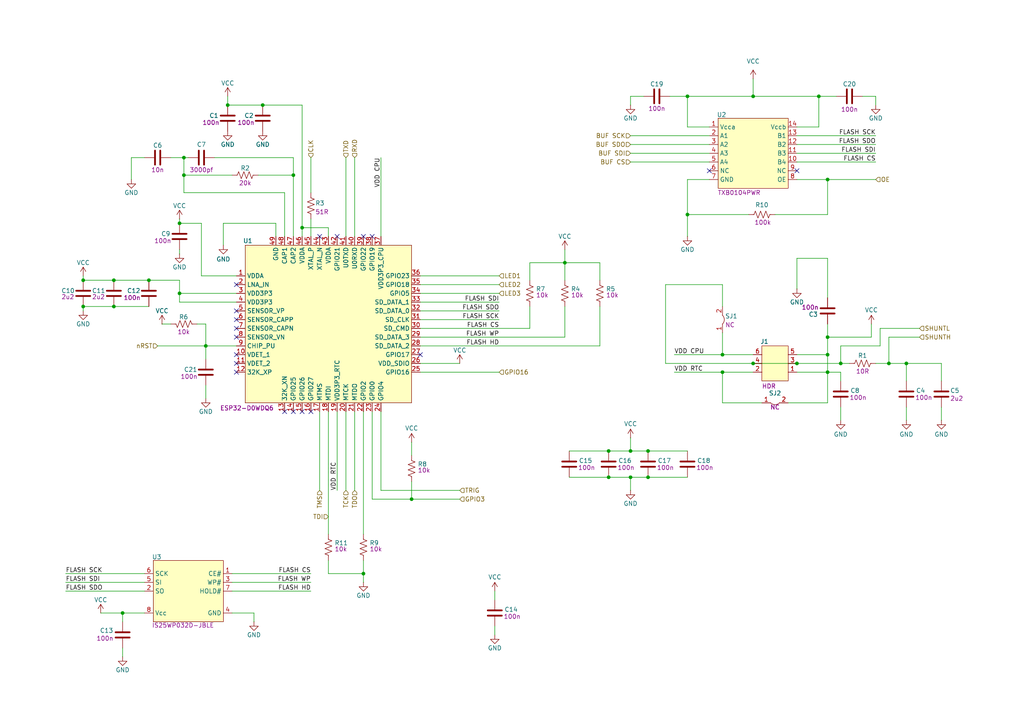
<source format=kicad_sch>
(kicad_sch (version 20231120) (generator "eeschema") (generator_version "8.0")
  (paper "A4")
  (junction (at 182.88 138.43))
  (junction (at 240.03 52.07))
  (junction (at 35.56 177.8))
  (junction (at 76.2 30.48))
  (junction (at 240.03 97.79))
  (junction (at 163.83 76.2))
  (junction (at 240.03 107.95))
  (junction (at 209.55 107.95))
  (junction (at 243.84 105.41))
  (junction (at 187.96 138.43))
  (junction (at 33.02 88.9))
  (junction (at 85.09 50.8))
  (junction (at 218.44 27.94))
  (junction (at 199.39 62.23))
  (junction (at 105.41 166.37))
  (junction (at 66.04 30.48))
  (junction (at 53.34 45.72))
  (junction (at 59.69 100.33))
  (junction (at 199.39 27.94))
  (junction (at 52.07 85.09))
  (junction (at 24.13 88.9))
  (junction (at 231.14 105.41))
  (junction (at 43.18 81.28))
  (junction (at 209.55 102.87))
  (junction (at 218.44 105.41))
  (junction (at 24.13 81.28))
  (junction (at 87.63 66.04))
  (junction (at 187.96 130.81))
  (junction (at 257.81 105.41))
  (junction (at 262.89 105.41))
  (junction (at 237.49 27.94))
  (junction (at 52.07 64.77))
  (junction (at 119.38 144.78))
  (junction (at 176.53 138.43))
  (junction (at 33.02 81.28))
  (junction (at 53.34 50.8))
  (junction (at 182.88 130.81))
  (junction (at 176.53 130.81))
  (junction (at 240.03 102.87))
  (no_connect (at 68.58 107.95))
  (no_connect (at 85.09 119.38))
  (no_connect (at 68.58 90.17))
  (no_connect (at 68.58 95.25))
  (no_connect (at 205.74 49.53))
  (no_connect (at 105.41 68.58))
  (no_connect (at 68.58 105.41))
  (no_connect (at 231.14 49.53))
  (no_connect (at 121.92 102.87))
  (no_connect (at 107.95 68.58))
  (no_connect (at 92.71 68.58))
  (no_connect (at 87.63 119.38))
  (no_connect (at 68.58 82.55))
  (no_connect (at 68.58 92.71))
  (no_connect (at 90.17 119.38))
  (no_connect (at 68.58 97.79))
  (no_connect (at 68.58 102.87))
  (no_connect (at 97.79 68.58))
  (no_connect (at 82.55 119.38))
  (wire (pts (xy 195.58 107.95) (xy 209.55 107.95)))
  (wire (pts (xy 80.01 64.77) (xy 64.77 64.77)))
  (wire (pts (xy 187.96 130.81) (xy 199.39 130.81)))
  (wire (pts (xy 237.49 27.94) (xy 237.49 36.83)))
  (wire (pts (xy 67.31 171.45) (xy 90.17 171.45)))
  (wire (pts (xy 105.41 119.38) (xy 105.41 154.94)))
  (wire (pts (xy 52.07 63.5) (xy 52.07 64.77)))
  (wire (pts (xy 53.34 45.72) (xy 54.61 45.72)))
  (wire (pts (xy 19.05 166.37) (xy 41.91 166.37)))
  (wire (pts (xy 243.84 107.95) (xy 243.84 110.49)))
  (wire (pts (xy 262.89 105.41) (xy 262.89 110.49)))
  (wire (pts (xy 52.07 73.66) (xy 52.07 72.39)))
  (wire (pts (xy 153.67 88.9) (xy 153.67 95.25)))
  (wire (pts (xy 67.31 168.91) (xy 90.17 168.91)))
  (wire (pts (xy 95.25 68.58) (xy 95.25 66.04)))
  (wire (pts (xy 110.49 142.24) (xy 133.35 142.24)))
  (wire (pts (xy 19.05 168.91) (xy 41.91 168.91)))
  (wire (pts (xy 240.03 74.93) (xy 231.14 74.93)))
  (wire (pts (xy 153.67 76.2) (xy 163.83 76.2)))
  (wire (pts (xy 182.88 46.99) (xy 205.74 46.99)))
  (wire (pts (xy 193.04 82.55) (xy 209.55 82.55)))
  (wire (pts (xy 262.89 105.41) (xy 273.05 105.41)))
  (wire (pts (xy 209.55 116.84) (xy 220.98 116.84)))
  (wire (pts (xy 24.13 88.9) (xy 24.13 90.17)))
  (wire (pts (xy 52.07 87.63) (xy 68.58 87.63)))
  (wire (pts (xy 82.55 68.58) (xy 82.55 55.88)))
  (wire (pts (xy 240.03 52.07) (xy 254 52.07)))
  (wire (pts (xy 143.51 171.45) (xy 143.51 173.99)))
  (wire (pts (xy 199.39 62.23) (xy 217.17 62.23)))
  (wire (pts (xy 110.49 142.24) (xy 110.49 119.38)))
  (wire (pts (xy 41.91 45.72) (xy 38.1 45.72)))
  (wire (pts (xy 73.66 177.8) (xy 73.66 180.34)))
  (wire (pts (xy 121.92 92.71) (xy 144.78 92.71)))
  (wire (pts (xy 49.53 93.98) (xy 46.99 93.98)))
  (wire (pts (xy 52.07 85.09) (xy 68.58 85.09)))
  (wire (pts (xy 121.92 107.95) (xy 144.78 107.95)))
  (wire (pts (xy 176.53 130.81) (xy 182.88 130.81)))
  (wire (pts (xy 187.96 138.43) (xy 199.39 138.43)))
  (wire (pts (xy 240.03 86.36) (xy 240.03 74.93)))
  (wire (pts (xy 110.49 68.58) (xy 110.49 45.72)))
  (wire (pts (xy 173.99 88.9) (xy 173.99 100.33)))
  (wire (pts (xy 255.27 95.25) (xy 266.7 95.25)))
  (wire (pts (xy 133.35 105.41) (xy 121.92 105.41)))
  (wire (pts (xy 67.31 166.37) (xy 90.17 166.37)))
  (wire (pts (xy 43.18 81.28) (xy 33.02 81.28)))
  (wire (pts (xy 24.13 80.01) (xy 24.13 81.28)))
  (wire (pts (xy 95.25 66.04) (xy 87.63 66.04)))
  (wire (pts (xy 273.05 118.11) (xy 273.05 121.92)))
  (wire (pts (xy 76.2 30.48) (xy 87.63 30.48)))
  (wire (pts (xy 95.25 162.56) (xy 95.25 166.37)))
  (wire (pts (xy 119.38 128.27) (xy 119.38 132.08)))
  (wire (pts (xy 209.55 102.87) (xy 218.44 102.87)))
  (wire (pts (xy 87.63 68.58) (xy 87.63 66.04)))
  (wire (pts (xy 186.69 27.94) (xy 182.88 27.94)))
  (wire (pts (xy 102.87 68.58) (xy 102.87 45.72)))
  (wire (pts (xy 182.88 27.94) (xy 182.88 30.48)))
  (wire (pts (xy 95.25 119.38) (xy 95.25 154.94)))
  (wire (pts (xy 165.1 138.43) (xy 176.53 138.43)))
  (wire (pts (xy 255.27 100.33) (xy 255.27 95.25)))
  (wire (pts (xy 250.19 27.94) (xy 254 27.94)))
  (wire (pts (xy 240.03 116.84) (xy 228.6 116.84)))
  (wire (pts (xy 121.92 100.33) (xy 173.99 100.33)))
  (wire (pts (xy 231.14 107.95) (xy 240.03 107.95)))
  (wire (pts (xy 199.39 62.23) (xy 199.39 68.58)))
  (wire (pts (xy 243.84 105.41) (xy 243.84 100.33)))
  (wire (pts (xy 193.04 105.41) (xy 218.44 105.41)))
  (wire (pts (xy 33.02 81.28) (xy 24.13 81.28)))
  (wire (pts (xy 59.69 111.76) (xy 59.69 115.57)))
  (wire (pts (xy 52.07 64.77) (xy 58.42 64.77)))
  (wire (pts (xy 100.33 142.24) (xy 100.33 119.38)))
  (wire (pts (xy 218.44 105.41) (xy 231.14 105.41)))
  (wire (pts (xy 240.03 97.79) (xy 252.73 97.79)))
  (wire (pts (xy 53.34 55.88) (xy 53.34 50.8)))
  (wire (pts (xy 209.55 107.95) (xy 209.55 116.84)))
  (wire (pts (xy 257.81 105.41) (xy 257.81 97.79)))
  (wire (pts (xy 231.14 44.45) (xy 254 44.45)))
  (wire (pts (xy 62.23 45.72) (xy 85.09 45.72)))
  (wire (pts (xy 59.69 93.98) (xy 57.15 93.98)))
  (wire (pts (xy 90.17 45.72) (xy 90.17 55.88)))
  (wire (pts (xy 97.79 142.24) (xy 97.79 119.38)))
  (wire (pts (xy 240.03 97.79) (xy 240.03 93.98)))
  (wire (pts (xy 231.14 41.91) (xy 254 41.91)))
  (wire (pts (xy 240.03 107.95) (xy 243.84 107.95)))
  (wire (pts (xy 199.39 27.94) (xy 218.44 27.94)))
  (wire (pts (xy 254 27.94) (xy 254 30.48)))
  (wire (pts (xy 243.84 118.11) (xy 243.84 121.92)))
  (wire (pts (xy 237.49 27.94) (xy 242.57 27.94)))
  (wire (pts (xy 143.51 181.61) (xy 143.51 184.15)))
  (wire (pts (xy 58.42 80.01) (xy 58.42 64.77)))
  (wire (pts (xy 209.55 107.95) (xy 218.44 107.95)))
  (wire (pts (xy 85.09 68.58) (xy 85.09 50.8)))
  (wire (pts (xy 100.33 68.58) (xy 100.33 45.72)))
  (wire (pts (xy 182.88 138.43) (xy 182.88 142.24)))
  (wire (pts (xy 199.39 27.94) (xy 199.39 36.83)))
  (wire (pts (xy 231.14 105.41) (xy 243.84 105.41)))
  (wire (pts (xy 240.03 107.95) (xy 240.03 116.84)))
  (wire (pts (xy 252.73 93.98) (xy 252.73 97.79)))
  (wire (pts (xy 80.01 68.58) (xy 80.01 64.77)))
  (wire (pts (xy 199.39 52.07) (xy 199.39 62.23)))
  (wire (pts (xy 231.14 102.87) (xy 240.03 102.87)))
  (wire (pts (xy 90.17 63.5) (xy 90.17 68.58)))
  (wire (pts (xy 121.92 90.17) (xy 144.78 90.17)))
  (wire (pts (xy 163.83 76.2) (xy 173.99 76.2)))
  (wire (pts (xy 53.34 50.8) (xy 53.34 45.72)))
  (wire (pts (xy 119.38 139.7) (xy 119.38 144.78)))
  (wire (pts (xy 95.25 166.37) (xy 105.41 166.37)))
  (wire (pts (xy 262.89 118.11) (xy 262.89 121.92)))
  (wire (pts (xy 231.14 36.83) (xy 237.49 36.83)))
  (wire (pts (xy 254 105.41) (xy 257.81 105.41)))
  (wire (pts (xy 52.07 85.09) (xy 52.07 81.28)))
  (wire (pts (xy 121.92 97.79) (xy 163.83 97.79)))
  (wire (pts (xy 33.02 88.9) (xy 43.18 88.9)))
  (wire (pts (xy 66.04 27.94) (xy 66.04 30.48)))
  (wire (pts (xy 195.58 102.87) (xy 209.55 102.87)))
  (wire (pts (xy 163.83 88.9) (xy 163.83 97.79)))
  (wire (pts (xy 87.63 30.48) (xy 87.63 66.04)))
  (wire (pts (xy 74.93 50.8) (xy 85.09 50.8)))
  (wire (pts (xy 35.56 177.8) (xy 35.56 180.34)))
  (wire (pts (xy 240.03 102.87) (xy 240.03 107.95)))
  (wire (pts (xy 218.44 27.94) (xy 237.49 27.94)))
  (wire (pts (xy 243.84 100.33) (xy 255.27 100.33)))
  (wire (pts (xy 182.88 138.43) (xy 187.96 138.43)))
  (wire (pts (xy 231.14 39.37) (xy 254 39.37)))
  (wire (pts (xy 231.14 74.93) (xy 231.14 83.82)))
  (wire (pts (xy 107.95 119.38) (xy 107.95 144.78)))
  (wire (pts (xy 92.71 142.24) (xy 92.71 119.38)))
  (wire (pts (xy 224.79 62.23) (xy 240.03 62.23)))
  (wire (pts (xy 82.55 55.88) (xy 53.34 55.88)))
  (wire (pts (xy 53.34 50.8) (xy 67.31 50.8)))
  (wire (pts (xy 35.56 187.96) (xy 35.56 190.5)))
  (wire (pts (xy 205.74 36.83) (xy 199.39 36.83)))
  (wire (pts (xy 240.03 102.87) (xy 240.03 97.79)))
  (wire (pts (xy 209.55 96.52) (xy 209.55 102.87)))
  (wire (pts (xy 231.14 52.07) (xy 240.03 52.07)))
  (wire (pts (xy 49.53 45.72) (xy 53.34 45.72)))
  (wire (pts (xy 68.58 80.01) (xy 58.42 80.01)))
  (wire (pts (xy 240.03 62.23) (xy 240.03 52.07)))
  (wire (pts (xy 121.92 95.25) (xy 153.67 95.25)))
  (wire (pts (xy 59.69 93.98) (xy 59.69 100.33)))
  (wire (pts (xy 194.31 27.94) (xy 199.39 27.94)))
  (wire (pts (xy 19.05 171.45) (xy 41.91 171.45)))
  (wire (pts (xy 52.07 87.63) (xy 52.07 85.09)))
  (wire (pts (xy 105.41 166.37) (xy 105.41 168.91)))
  (wire (pts (xy 163.83 72.39) (xy 163.83 76.2)))
  (wire (pts (xy 29.21 177.8) (xy 35.56 177.8)))
  (wire (pts (xy 205.74 52.07) (xy 199.39 52.07)))
  (wire (pts (xy 209.55 82.55) (xy 209.55 88.9)))
  (wire (pts (xy 243.84 105.41) (xy 246.38 105.41)))
  (wire (pts (xy 121.92 87.63) (xy 144.78 87.63)))
  (wire (pts (xy 273.05 105.41) (xy 273.05 110.49)))
  (wire (pts (xy 66.04 30.48) (xy 76.2 30.48)))
  (wire (pts (xy 182.88 127) (xy 182.88 130.81)))
  (wire (pts (xy 105.41 166.37) (xy 105.41 162.56)))
  (wire (pts (xy 218.44 22.86) (xy 218.44 27.94)))
  (wire (pts (xy 176.53 138.43) (xy 182.88 138.43)))
  (wire (pts (xy 52.07 81.28) (xy 43.18 81.28)))
  (wire (pts (xy 182.88 44.45) (xy 205.74 44.45)))
  (wire (pts (xy 165.1 130.81) (xy 176.53 130.81)))
  (wire (pts (xy 121.92 85.09) (xy 144.78 85.09)))
  (wire (pts (xy 193.04 105.41) (xy 193.04 82.55)))
  (wire (pts (xy 59.69 100.33) (xy 59.69 104.14)))
  (wire (pts (xy 121.92 82.55) (xy 144.78 82.55)))
  (wire (pts (xy 182.88 130.81) (xy 187.96 130.81)))
  (wire (pts (xy 121.92 80.01) (xy 144.78 80.01)))
  (wire (pts (xy 231.14 46.99) (xy 254 46.99)))
  (wire (pts (xy 182.88 39.37) (xy 205.74 39.37)))
  (wire (pts (xy 45.72 100.33) (xy 59.69 100.33)))
  (wire (pts (xy 119.38 144.78) (xy 133.35 144.78)))
  (wire (pts (xy 38.1 45.72) (xy 38.1 52.07)))
  (wire (pts (xy 73.66 177.8) (xy 67.31 177.8)))
  (wire (pts (xy 64.77 64.77) (xy 64.77 71.12)))
  (wire (pts (xy 173.99 76.2) (xy 173.99 81.28)))
  (wire (pts (xy 59.69 100.33) (xy 68.58 100.33)))
  (wire (pts (xy 182.88 41.91) (xy 205.74 41.91)))
  (wire (pts (xy 257.81 105.41) (xy 262.89 105.41)))
  (wire (pts (xy 102.87 142.24) (xy 102.87 119.38)))
  (wire (pts (xy 257.81 97.79) (xy 266.7 97.79)))
  (wire (pts (xy 163.83 76.2) (xy 163.83 81.28)))
  (wire (pts (xy 24.13 88.9) (xy 33.02 88.9)))
  (wire (pts (xy 85.09 50.8) (xy 85.09 45.72)))
  (wire (pts (xy 107.95 144.78) (xy 119.38 144.78)))
  (wire (pts (xy 35.56 177.8) (xy 41.91 177.8)))
  (wire (pts (xy 153.67 81.28) (xy 153.67 76.2)))
  (label "FLASH SCK" (at 144.78 92.71 180))
  (label "FLASH SDI" (at 254 44.45 180))
  (label "FLASH SDI" (at 19.05 168.91 0))
  (label "FLASH WP" (at 144.78 97.79 180))
  (label "VDD RTC" (at 97.79 142.24 90))
  (label "FLASH CS" (at 254 46.99 180))
  (label "VDD CPU" (at 110.49 45.72 270))
  (label "FLASH SDO" (at 144.78 90.17 180))
  (label "FLASH SCK" (at 254 39.37 180))
  (label "FLASH SDO" (at 19.05 171.45 0))
  (label "FLASH CS" (at 144.78 95.25 180))
  (label "VDD RTC" (at 195.58 107.95 0))
  (label "FLASH SDI" (at 144.78 87.63 180))
  (label "FLASH HD" (at 144.78 100.33 180))
  (label "FLASH HD" (at 90.17 171.45 180))
  (label "VDD CPU" (at 195.58 102.87 0))
  (label "FLASH SCK" (at 19.05 166.37 0))
  (label "FLASH WP" (at 90.17 168.91 180))
  (label "FLASH CS" (at 90.17 166.37 180))
  (label "FLASH SDO" (at 254 41.91 180))
  (hierarchical_label "TXD" (shape input) (at 100.33 45.72 90))
  (hierarchical_label "TDO" (shape input) (at 102.87 142.24 270))
  (hierarchical_label "BUF SDI" (shape input) (at 182.88 44.45 180))
  (hierarchical_label "BUF SCK" (shape input) (at 182.88 39.37 180))
  (hierarchical_label "CLK" (shape input) (at 90.17 45.72 90))
  (hierarchical_label "GPIO16" (shape input) (at 144.78 107.95 0))
  (hierarchical_label "RXD" (shape input) (at 102.87 45.72 90))
  (hierarchical_label "SHUNTH" (shape input) (at 266.7 97.79 0))
  (hierarchical_label "BUF SDO" (shape input) (at 182.88 41.91 180))
  (hierarchical_label "SHUNTL" (shape input) (at 266.7 95.25 0))
  (hierarchical_label "TRIG" (shape input) (at 133.35 142.24 0))
  (hierarchical_label "BUF CS" (shape input) (at 182.88 46.99 180))
  (hierarchical_label "LED3" (shape input) (at 144.78 85.09 0))
  (hierarchical_label "nRST" (shape input) (at 45.72 100.33 180))
  (hierarchical_label "LED2" (shape input) (at 144.78 82.55 0))
  (hierarchical_label "TMS" (shape input) (at 92.71 142.24 270))
  (hierarchical_label "TCK" (shape input) (at 100.33 142.24 270))
  (hierarchical_label "TDI" (shape input) (at 95.25 149.86 180))
  (hierarchical_label "OE" (shape input) (at 254 52.07 0))
  (hierarchical_label "GPIO3" (shape input) (at 133.35 144.78 0))
  (hierarchical_label "LED1" (shape input) (at 144.78 80.01 0))
  (symbol (lib_id "0603_Yageo_Res:RES_20k_0603") (at 71.12 50.8 0) (unit 1)
    (property "Reference" "R2" (at 71.12 48.768 0))
    (property "Value" "RES_20k_0603" (effects (hide yes)))
    (property "Footprint" "Resistor_SMD:R_0603_1608Metric" (effects (hide yes)))
    (property "Datasheet" "https://www.yageo.com/upload/media/product/products/datasheet/rchip/PYu-RC_Group_51_RoHS_L_12.pdf" (effects (hide yes)))
    (property "Description" "RES 20K OHM 1% 1/10W 0603" (effects (hide yes)))
    (property "Display Value" "20k" (at 71.12 53.086 0))
    (property "Manufacturer" "YAGEO" (effects (hide yes)))
    (property "Manufacturer Part Number" "RC0603FR-0720KL" (effects (hide yes)))
    (property "Supplier 1" "DigiKey" (effects (hide yes)))
    (property "Supplier 1 Part Number" "311-20.0KHRCT-ND" (effects (hide yes)))
    (property "Supplier 2" "no_data" (effects (hide yes)))
    (property "Supplier 2 Part Number" "no_data" (effects (hide yes)))
  )
  (symbol (lib_id "power:GND") (at 254 30.48 0) (mirror y) (unit 1)
    (property "Reference" "#PWR065" (effects (hide yes)))
    (property "Value" "GND" (at 254 34.29 0))
    (property "Description" "Power symbol creates a global label with name \"GND\" , ground" (effects (hide yes)))
  )
  (symbol (lib_id "power:VCC") (at 52.07 63.5 0) (unit 1)
    (property "Reference" "#PWR043" (effects (hide yes)))
    (property "Value" "VCC" (at 52.07 59.69 0))
    (property "Description" "Power symbol creates a global label with name \"VCC\"" (effects (hide yes)))
  )
  (symbol (lib_id "power:GND") (at 66.04 38.1 0) (unit 1)
    (property "Reference" "#PWR048" (effects (hide yes)))
    (property "Value" "GND" (at 66.04 41.91 0))
    (property "Description" "Power symbol creates a global label with name \"GND\" , ground" (effects (hide yes)))
  )
  (symbol (lib_id "nae_caps:CAP_2u2_6.3V_0603") (at 33.02 85.09 270) (unit 1)
    (property "Reference" "C11" (at 26.67 84.328 90) (effects (justify left)))
    (property "Value" "CAP_2u2_6.3V_0603" (effects (hide yes)))
    (property "Footprint" "Capacitor_SMD:C_0603_1608Metric" (effects (hide yes)))
    (property "Datasheet" "https://www.yageo.com/upload/media/product/productsearch/datasheet/mlcc/UPY-GPHC_X7R_6.3V-to-250V_24.pdf" (effects (hide yes)))
    (property "Description" "CAP CER 2.2UF 6.3V X7R 0603" (effects (hide yes)))
    (property "Display Value" "2u2" (at 26.67 86.106 90) (effects (justify left)))
    (property "Manufacturer" "YAGEO" (effects (hide yes)))
    (property "Manufacturer Part Number" "CC0603KRX7R5BB225" (effects (hide yes)))
    (property "Supplier 1" "DigiKey" (effects (hide yes)))
    (property "Supplier 1 Part Number" "311-1795-1-ND" (effects (hide yes)))
    (property "Supplier 2" "no_data" (effects (hide yes)))
    (property "Supplier 2 Part Number" "no_data" (effects (hide yes)))
  )
  (symbol (lib_id "0603_Yageo_Res:RES_10R_0603") (at 250.19 105.41 0) (unit 1)
    (property "Reference" "R1" (at 250.19 103.124 0))
    (property "Value" "RES_10R_0603" (effects (hide yes)))
    (property "Footprint" "Resistor_SMD:R_0603_1608Metric" (effects (hide yes)))
    (property "Datasheet" "https://www.yageo.com/upload/media/product/products/datasheet/rchip/PYu-RC_Group_51_RoHS_L_12.pdf" (effects (hide yes)))
    (property "Description" "RES 10 OHM 1% 1/10W 0603" (effects (hide yes)))
    (property "Display Value" "10R" (at 250.19 107.696 0))
    (property "Manufacturer" "YAGEO" (effects (hide yes)))
    (property "Manufacturer Part Number" "RC0603FR-0710RL" (effects (hide yes)))
    (property "Supplier 1" "DigiKey" (effects (hide yes)))
    (property "Supplier 1 Part Number" "311-10.0HRCT-ND" (effects (hide yes)))
    (property "Supplier 2" "no_data" (effects (hide yes)))
    (property "Supplier 2 Part Number" "no_data" (effects (hide yes)))
  )
  (symbol (lib_id "nae_caps:CAP_100n_6.3V_0603") (at 59.69 107.95 270) (unit 1)
    (property "Reference" "C21" (at 53.34 107.188 90) (effects (justify left)))
    (property "Value" "CAP_100n_6.3V_0603" (effects (hide yes)))
    (property "Footprint" "Capacitor_SMD:C_0603_1608Metric" (effects (hide yes)))
    (property "Datasheet" "https://www.yageo.com/upload/media/product/productsearch/datasheet/mlcc/UPY-GPHC_X7R_6.3V-to-250V_24.pdf" (effects (hide yes)))
    (property "Description" "CAP CER 0.1UF 6.3V X7R 0603" (effects (hide yes)))
    (property "Display Value" "100n" (at 52.324 109.22 90) (effects (justify left)))
    (property "Manufacturer" "YAGEO" (effects (hide yes)))
    (property "Manufacturer Part Number" "CC0603KRX7R5BB104" (effects (hide yes)))
    (property "Supplier 1" "DigiKey" (effects (hide yes)))
    (property "Supplier 1 Part Number" "13-CC0603KRX7R5BB104CT-ND" (effects (hide yes)))
    (property "Supplier 2" "no_data" (effects (hide yes)))
    (property "Supplier 2 Part Number" "no_data" (effects (hide yes)))
  )
  (symbol (lib_id "power:GND") (at 182.88 30.48 0) (unit 1)
    (property "Reference" "#PWR057" (effects (hide yes)))
    (property "Value" "GND" (at 182.88 34.29 0))
    (property "Description" "Power symbol creates a global label with name \"GND\" , ground" (effects (hide yes)))
  )
  (symbol (lib_id "nae_caps:CAP_100n_6.3V_0603") (at 52.07 68.58 270) (unit 1)
    (property "Reference" "C9" (at 46.736 67.818 90) (effects (justify left)))
    (property "Value" "CAP_100n_6.3V_0603" (effects (hide yes)))
    (property "Footprint" "Capacitor_SMD:C_0603_1608Metric" (effects (hide yes)))
    (property "Datasheet" "https://www.yageo.com/upload/media/product/productsearch/datasheet/mlcc/UPY-GPHC_X7R_6.3V-to-250V_24.pdf" (effects (hide yes)))
    (property "Description" "CAP CER 0.1UF 6.3V X7R 0603" (effects (hide yes)))
    (property "Display Value" "100n" (at 44.704 69.85 90) (effects (justify left)))
    (property "Manufacturer" "YAGEO" (effects (hide yes)))
    (property "Manufacturer Part Number" "CC0603KRX7R5BB104" (effects (hide yes)))
    (property "Supplier 1" "DigiKey" (effects (hide yes)))
    (property "Supplier 1 Part Number" "13-CC0603KRX7R5BB104CT-ND" (effects (hide yes)))
    (property "Supplier 2" "no_data" (effects (hide yes)))
    (property "Supplier 2 Part Number" "no_data" (effects (hide yes)))
  )
  (symbol (lib_id "nae_caps:CAP_100n_6.3V_0603") (at 76.2 34.29 270) (unit 1)
    (property "Reference" "C2" (at 70.866 33.528 90) (effects (justify left)))
    (property "Value" "CAP_100n_6.3V_0603" (effects (hide yes)))
    (property "Footprint" "Capacitor_SMD:C_0603_1608Metric" (effects (hide yes)))
    (property "Datasheet" "https://www.yageo.com/upload/media/product/productsearch/datasheet/mlcc/UPY-GPHC_X7R_6.3V-to-250V_24.pdf" (effects (hide yes)))
    (property "Description" "CAP CER 0.1UF 6.3V X7R 0603" (effects (hide yes)))
    (property "Display Value" "100n" (at 68.834 35.56 90) (effects (justify left)))
    (property "Manufacturer" "YAGEO" (effects (hide yes)))
    (property "Manufacturer Part Number" "CC0603KRX7R5BB104" (effects (hide yes)))
    (property "Supplier 1" "DigiKey" (effects (hide yes)))
    (property "Supplier 1 Part Number" "13-CC0603KRX7R5BB104CT-ND" (effects (hide yes)))
    (property "Supplier 2" "no_data" (effects (hide yes)))
    (property "Supplier 2 Part Number" "no_data" (effects (hide yes)))
  )
  (symbol (lib_id "power:VCC") (at 46.99 93.98 0) (unit 1)
    (property "Reference" "#PWR042" (effects (hide yes)))
    (property "Value" "VCC" (at 46.99 90.17 0))
    (property "Description" "Power symbol creates a global label with name \"VCC\"" (effects (hide yes)))
  )
  (symbol (lib_id "0603_Yageo_Res:RES_100k_0603") (at 220.98 62.23 0) (unit 1)
    (property "Reference" "R10" (at 220.98 59.436 0))
    (property "Value" "RES_100k_0603" (effects (hide yes)))
    (property "Footprint" "Resistor_SMD:R_0603_1608Metric" (effects (hide yes)))
    (property "Datasheet" "https://www.yageo.com/upload/media/product/products/datasheet/rchip/PYu-RC_Group_51_RoHS_L_12.pdf" (effects (hide yes)))
    (property "Description" "RES 100K OHM 1% 1/10W 0603" (effects (hide yes)))
    (property "Display Value" "100k" (at 221.234 64.516 0))
    (property "Manufacturer" "YAGEO" (effects (hide yes)))
    (property "Manufacturer Part Number" "RC0603FR-07100KL" (effects (hide yes)))
    (property "Supplier 1" "DigiKey" (effects (hide yes)))
    (property "Supplier 1 Part Number" "311-100KHRCT-ND" (effects (hide yes)))
    (property "Supplier 2" "no_data" (effects (hide yes)))
    (property "Supplier 2 Part Number" "no_data" (effects (hide yes)))
  )
  (symbol (lib_id "power:VCC") (at 182.88 127 0) (unit 1)
    (property "Reference" "#PWR058" (effects (hide yes)))
    (property "Value" "VCC" (at 182.88 122.936 0))
    (property "Description" "Power symbol creates a global label with name \"VCC\"" (effects (hide yes)))
  )
  (symbol (lib_id "power:GND") (at 143.51 184.15 0) (unit 1)
    (property "Reference" "#PWR055" (effects (hide yes)))
    (property "Value" "GND" (at 143.51 187.96 0))
    (property "Description" "Power symbol creates a global label with name \"GND\" , ground" (effects (hide yes)))
  )
  (symbol (lib_id "power:GND") (at 59.69 115.57 0) (unit 1)
    (property "Reference" "#PWR045" (effects (hide yes)))
    (property "Value" "GND" (at 59.69 119.38 0))
    (property "Description" "Power symbol creates a global label with name \"GND\" , ground" (effects (hide yes)))
  )
  (symbol (lib_id "nae_caps:CAP_100n_6.3V_0603") (at 240.03 90.17 90) (unit 1)
    (property "Reference" "C3" (at 237.236 91.186 90) (effects (justify left)))
    (property "Value" "CAP_100n_6.3V_0603" (effects (hide yes)))
    (property "Footprint" "Capacitor_SMD:C_0603_1608Metric" (effects (hide yes)))
    (property "Datasheet" "https://www.yageo.com/upload/media/product/productsearch/datasheet/mlcc/UPY-GPHC_X7R_6.3V-to-250V_24.pdf" (effects (hide yes)))
    (property "Description" "CAP CER 0.1UF 6.3V X7R 0603" (effects (hide yes)))
    (property "Display Value" "100n" (at 237.49 89.154 90) (effects (justify left)))
    (property "Manufacturer" "YAGEO" (effects (hide yes)))
    (property "Manufacturer Part Number" "CC0603KRX7R5BB104" (effects (hide yes)))
    (property "Supplier 1" "DigiKey" (effects (hide yes)))
    (property "Supplier 1 Part Number" "13-CC0603KRX7R5BB104CT-ND" (effects (hide yes)))
    (property "Supplier 2" "no_data" (effects (hide yes)))
    (property "Supplier 2 Part Number" "no_data" (effects (hide yes)))
  )
  (symbol (lib_id "power:VCC") (at 29.21 177.8 0) (unit 1)
    (property "Reference" "#PWR039" (effects (hide yes)))
    (property "Value" "VCC" (at 29.21 173.99 0))
    (property "Description" "Power symbol creates a global label with name \"VCC\"" (effects (hide yes)))
  )
  (symbol (lib_id "tutorial_2_library:IS25WP032D-JBLE") (at 54.61 166.37 0) (unit 1)
    (property "Reference" "U3" (at 45.466 161.544 0))
    (property "Value" "IS25WP032D" (effects (hide yes)))
    (property "Footprint" "Package_SO:SOIC-8_5.275x5.275mm_P1.27mm" (effects (hide yes)))
    (property "Datasheet" "https://www.issi.com/WW/pdf/25LP-WP032D.pdf" (effects (hide yes)))
    (property "Description" "IC FLASH 32MBIT SPI/QUAD 8SOIC" (effects (hide yes)))
    (property "Display Value" "IS25WP032D-JBLE" (at 53.086 181.356 0))
    (property "Manufacturer" "ISSI, Integrated Silicon Solution Inc" (effects (hide yes)))
    (property "Manufacturer Part Number" "IS25WP032D-JBLE" (effects (hide yes)))
    (property "Supplier 1" "DigiKey" (effects (hide yes)))
    (property "Supplier 1 Part Number" "706-1615-ND" (effects (hide yes)))
  )
  (symbol (lib_id "power:GND") (at 38.1 52.07 0) (unit 1)
    (property "Reference" "#PWR041" (effects (hide yes)))
    (property "Value" "GND" (at 38.1 55.88 0))
    (property "Description" "Power symbol creates a global label with name \"GND\" , ground" (effects (hide yes)))
  )
  (symbol (lib_id "nae_caps:CAP_100n_6.3V_0603") (at 199.39 134.62 270) (unit 1)
    (property "Reference" "C18" (at 202.184 133.604 90) (effects (justify left)))
    (property "Value" "CAP_100n_6.3V_0603" (effects (hide yes)))
    (property "Footprint" "Capacitor_SMD:C_0603_1608Metric" (effects (hide yes)))
    (property "Datasheet" "https://www.yageo.com/upload/media/product/productsearch/datasheet/mlcc/UPY-GPHC_X7R_6.3V-to-250V_24.pdf" (effects (hide yes)))
    (property "Description" "CAP CER 0.1UF 6.3V X7R 0603" (effects (hide yes)))
    (property "Display Value" "100n" (at 201.93 135.636 90) (effects (justify left)))
    (property "Manufacturer" "YAGEO" (effects (hide yes)))
    (property "Manufacturer Part Number" "CC0603KRX7R5BB104" (effects (hide yes)))
    (property "Supplier 1" "DigiKey" (effects (hide yes)))
    (property "Supplier 1 Part Number" "13-CC0603KRX7R5BB104CT-ND" (effects (hide yes)))
    (property "Supplier 2" "no_data" (effects (hide yes)))
    (property "Supplier 2 Part Number" "no_data" (effects (hide yes)))
  )
  (symbol (lib_id "nae_caps:CAP_100n_6.3V_0603") (at 262.89 114.3 270) (unit 1)
    (property "Reference" "C4" (at 265.684 113.284 90) (effects (justify left)))
    (property "Value" "CAP_100n_6.3V_0603" (effects (hide yes)))
    (property "Footprint" "Capacitor_SMD:C_0603_1608Metric" (effects (hide yes)))
    (property "Datasheet" "https://www.yageo.com/upload/media/product/productsearch/datasheet/mlcc/UPY-GPHC_X7R_6.3V-to-250V_24.pdf" (effects (hide yes)))
    (property "Description" "CAP CER 0.1UF 6.3V X7R 0603" (effects (hide yes)))
    (property "Display Value" "100n" (at 265.43 115.316 90) (effects (justify left)))
    (property "Manufacturer" "YAGEO" (effects (hide yes)))
    (property "Manufacturer Part Number" "CC0603KRX7R5BB104" (effects (hide yes)))
    (property "Supplier 1" "DigiKey" (effects (hide yes)))
    (property "Supplier 1 Part Number" "13-CC0603KRX7R5BB104CT-ND" (effects (hide yes)))
    (property "Supplier 2" "no_data" (effects (hide yes)))
    (property "Supplier 2 Part Number" "no_data" (effects (hide yes)))
  )
  (symbol (lib_id "0603_Yageo_Res:RES_10k_0603") (at 163.83 85.09 90) (unit 1)
    (property "Reference" "R4" (at 165.608 83.82 90) (effects (justify right)))
    (property "Value" "RES_10k_0603" (effects (hide yes)))
    (property "Footprint" "Resistor_SMD:R_0603_1608Metric" (effects (hide yes)))
    (property "Datasheet" "https://www.yageo.com/upload/media/product/products/datasheet/rchip/PYu-RC_Group_51_RoHS_L_12.pdf" (effects (hide yes)))
    (property "Description" "RES 10K OHM 1% 1/10W 0603" (effects (hide yes)))
    (property "Display Value" "10k" (at 165.608 85.598 90) (effects (justify right)))
    (property "Manufacturer" "YAGEO" (effects (hide yes)))
    (property "Manufacturer Part Number" "RC0603FR-0710KL" (effects (hide yes)))
    (property "Supplier 1" "DigiKey" (effects (hide yes)))
    (property "Supplier 1 Part Number" "311-10.0KHRCT-ND" (effects (hide yes)))
    (property "Supplier 2" "no_data" (effects (hide yes)))
    (property "Supplier 2 Part Number" "no_data" (effects (hide yes)))
  )
  (symbol (lib_id "power:VCC") (at 143.51 171.45 0) (unit 1)
    (property "Reference" "#PWR054" (effects (hide yes)))
    (property "Value" "VCC" (at 143.51 167.386 0))
    (property "Description" "Power symbol creates a global label with name \"VCC\"" (effects (hide yes)))
  )
  (symbol (lib_id "tutorial_2_library:CAP_3000p_50V_0603") (at 58.42 45.72 0) (unit 1)
    (property "Reference" "C7" (at 58.42 41.91 0))
    (property "Value" "CAP_3000p_50V_0603" (effects (hide yes)))
    (property "Footprint" "Capacitor_SMD:C_0603_1608Metric" (effects (hide yes)))
    (property "Datasheet" "https://www.yageo.com/upload/media/product/productsearch/datasheet/mlcc/UPY-GP_NP0_16V-to-50V_18.pdf" (effects (hide yes)))
    (property "Description" "CAP CER 3000PF 50V C0G/NP0 0603" (effects (hide yes)))
    (property "Display Value" "3000pf" (at 58.42 49.276 0))
    (property "Manufacturer" "YAGEO" (effects (hide yes)))
    (property "Manufacturer Part Number" "CC0603JRNPO9BN302" (effects (hide yes)))
    (property "Supplier 1" "DigiKey" (effects (hide yes)))
    (property "Supplier 1 Part Number" "13-CC0603JRNPO9BN302CT-ND" (effects (hide yes)))
  )
  (symbol (lib_id "tutorial_2_library:Solder_Jumper_2_NC") (at 209.55 92.71 180) (unit 1)
    (property "Reference" "SJ1" (at 210.312 91.694 0) (effects (justify right)))
    (property "Footprint" "Jumper:SolderJumper-2_P1.3mm_Bridged2Bar_Pad1.0x1.5mm" (effects (hide yes)))
    (property "Display Value" "NC" (at 210.312 94.234 0) (effects (justify right)))
  )
  (symbol (lib_id "power:GND") (at 243.84 121.92 0) (unit 1)
    (property "Reference" "#PWR063" (effects (hide yes)))
    (property "Value" "GND" (at 243.84 125.984 0))
    (property "Description" "Power symbol creates a global label with name \"GND\" , ground" (effects (hide yes)))
  )
  (symbol (lib_id "power:VCC") (at 119.38 128.27 0) (unit 1)
    (property "Reference" "#PWR052" (effects (hide yes)))
    (property "Value" "VCC" (at 119.38 124.206 0))
    (property "Description" "Power symbol creates a global label with name \"VCC\"" (effects (hide yes)))
  )
  (symbol (lib_id "power:VCC") (at 133.35 105.41 0) (mirror y) (unit 1)
    (property "Reference" "#PWR053" (effects (hide yes)))
    (property "Value" "VCC" (at 133.35 101.6 0))
    (property "Description" "Power symbol creates a global label with name \"VCC\"" (effects (hide yes)))
  )
  (symbol (lib_id "power:VCC") (at 252.73 93.98 0) (unit 1)
    (property "Reference" "#PWR064" (effects (hide yes)))
    (property "Value" "VCC" (at 252.73 89.916 0))
    (property "Description" "Power symbol creates a global label with name \"VCC\"" (effects (hide yes)))
  )
  (symbol (lib_id "tutorial_2_library:Solder_Jumper_2_NC") (at 224.79 116.84 90) (unit 1)
    (property "Reference" "SJ2" (at 224.79 114.046 90))
    (property "Footprint" "Jumper:SolderJumper-2_P1.3mm_Bridged2Bar_Pad1.0x1.5mm" (effects (hide yes)))
    (property "Display Value" "NC" (at 224.79 118.11 90))
  )
  (symbol (lib_id "nae_caps:CAP_100n_6.3V_0603") (at 190.5 27.94 0) (mirror y) (unit 1)
    (property "Reference" "C19" (at 190.5 24.384 0))
    (property "Value" "CAP_100n_6.3V_0603" (effects (hide yes)))
    (property "Footprint" "Capacitor_SMD:C_0603_1608Metric" (effects (hide yes)))
    (property "Datasheet" "https://www.yageo.com/upload/media/product/productsearch/datasheet/mlcc/UPY-GPHC_X7R_6.3V-to-250V_24.pdf" (effects (hide yes)))
    (property "Description" "CAP CER 0.1UF 6.3V X7R 0603" (effects (hide yes)))
    (property "Display Value" "100n" (at 190.5 31.496 0))
    (property "Manufacturer" "YAGEO" (effects (hide yes)))
    (property "Manufacturer Part Number" "CC0603KRX7R5BB104" (effects (hide yes)))
    (property "Supplier 1" "DigiKey" (effects (hide yes)))
    (property "Supplier 1 Part Number" "13-CC0603KRX7R5BB104CT-ND" (effects (hide yes)))
    (property "Supplier 2" "no_data" (effects (hide yes)))
    (property "Supplier 2 Part Number" "no_data" (effects (hide yes)))
  )
  (symbol (lib_id "nae_caps:CAP_100n_6.3V_0603") (at 176.53 134.62 270) (unit 1)
    (property "Reference" "C16" (at 179.324 133.604 90) (effects (justify left)))
    (property "Value" "CAP_100n_6.3V_0603" (effects (hide yes)))
    (property "Footprint" "Capacitor_SMD:C_0603_1608Metric" (effects (hide yes)))
    (property "Datasheet" "https://www.yageo.com/upload/media/product/productsearch/datasheet/mlcc/UPY-GPHC_X7R_6.3V-to-250V_24.pdf" (effects (hide yes)))
    (property "Description" "CAP CER 0.1UF 6.3V X7R 0603" (effects (hide yes)))
    (property "Display Value" "100n" (at 179.07 135.636 90) (effects (justify left)))
    (property "Manufacturer" "YAGEO" (effects (hide yes)))
    (property "Manufacturer Part Number" "CC0603KRX7R5BB104" (effects (hide yes)))
    (property "Supplier 1" "DigiKey" (effects (hide yes)))
    (property "Supplier 1 Part Number" "13-CC0603KRX7R5BB104CT-ND" (effects (hide yes)))
    (property "Supplier 2" "no_data" (effects (hide yes)))
    (property "Supplier 2 Part Number" "no_data" (effects (hide yes)))
  )
  (symbol (lib_id "power:GND") (at 273.05 121.92 0) (unit 1)
    (property "Reference" "#PWR067" (effects (hide yes)))
    (property "Value" "GND" (at 273.05 125.984 0))
    (property "Description" "Power symbol creates a global label with name \"GND\" , ground" (effects (hide yes)))
  )
  (symbol (lib_id "power:GND") (at 231.14 83.82 0) (unit 1)
    (property "Reference" "#PWR062" (effects (hide yes)))
    (property "Value" "GND" (at 231.14 87.63 0))
    (property "Description" "Power symbol creates a global label with name \"GND\" , ground" (effects (hide yes)))
  )
  (symbol (lib_id "nae_caps:CAP_100n_6.3V_0603") (at 165.1 134.62 270) (unit 1)
    (property "Reference" "C15" (at 167.894 133.604 90) (effects (justify left)))
    (property "Value" "CAP_100n_6.3V_0603" (effects (hide yes)))
    (property "Footprint" "Capacitor_SMD:C_0603_1608Metric" (effects (hide yes)))
    (property "Datasheet" "https://www.yageo.com/upload/media/product/productsearch/datasheet/mlcc/UPY-GPHC_X7R_6.3V-to-250V_24.pdf" (effects (hide yes)))
    (property "Description" "CAP CER 0.1UF 6.3V X7R 0603" (effects (hide yes)))
    (property "Display Value" "100n" (at 167.64 135.636 90) (effects (justify left)))
    (property "Manufacturer" "YAGEO" (effects (hide yes)))
    (property "Manufacturer Part Number" "CC0603KRX7R5BB104" (effects (hide yes)))
    (property "Supplier 1" "DigiKey" (effects (hide yes)))
    (property "Supplier 1 Part Number" "13-CC0603KRX7R5BB104CT-ND" (effects (hide yes)))
    (property "Supplier 2" "no_data" (effects (hide yes)))
    (property "Supplier 2 Part Number" "no_data" (effects (hide yes)))
  )
  (symbol (lib_id "power:GND") (at 73.66 180.34 0) (unit 1)
    (property "Reference" "#PWR049" (effects (hide yes)))
    (property "Value" "GND" (at 73.66 184.15 0))
    (property "Description" "Power symbol creates a global label with name \"GND\" , ground" (effects (hide yes)))
  )
  (symbol (lib_id "power:VCC") (at 218.44 22.86 0) (unit 1)
    (property "Reference" "#PWR061" (effects (hide yes)))
    (property "Value" "VCC" (at 218.44 17.78 0))
    (property "Description" "Power symbol creates a global label with name \"VCC\"" (effects (hide yes)))
  )
  (symbol (lib_id "0603_Yageo_Res:RES_10k_0603") (at 53.34 93.98 0) (mirror x) (unit 1)
    (property "Reference" "R6" (at 54.61 91.948 0) (effects (justify right)))
    (property "Value" "RES_10k_0603" (effects (hide yes)))
    (property "Footprint" "Resistor_SMD:R_0603_1608Metric" (effects (hide yes)))
    (property "Datasheet" "https://www.yageo.com/upload/media/product/products/datasheet/rchip/PYu-RC_Group_51_RoHS_L_12.pdf" (effects (hide yes)))
    (property "Description" "RES 10K OHM 1% 1/10W 0603" (effects (hide yes)))
    (property "Display Value" "10k" (at 55.118 96.266 0) (effects (justify right)))
    (property "Manufacturer" "YAGEO" (effects (hide yes)))
    (property "Manufacturer Part Number" "RC0603FR-0710KL" (effects (hide yes)))
    (property "Supplier 1" "DigiKey" (effects (hide yes)))
    (property "Supplier 1 Part Number" "311-10.0KHRCT-ND" (effects (hide yes)))
    (property "Supplier 2" "no_data" (effects (hide yes)))
    (property "Supplier 2 Part Number" "no_data" (effects (hide yes)))
  )
  (symbol (lib_id "power:GND") (at 52.07 73.66 0) (unit 1)
    (property "Reference" "#PWR044" (effects (hide yes)))
    (property "Value" "GND" (at 52.07 77.47 0))
    (property "Description" "Power symbol creates a global label with name \"GND\" , ground" (effects (hide yes)))
  )
  (symbol (lib_id "nae_caps:CAP_100n_6.3V_0603") (at 66.04 34.29 270) (unit 1)
    (property "Reference" "C1" (at 60.706 33.528 90) (effects (justify left)))
    (property "Value" "CAP_100n_6.3V_0603" (effects (hide yes)))
    (property "Footprint" "Capacitor_SMD:C_0603_1608Metric" (effects (hide yes)))
    (property "Datasheet" "https://www.yageo.com/upload/media/product/productsearch/datasheet/mlcc/UPY-GPHC_X7R_6.3V-to-250V_24.pdf" (effects (hide yes)))
    (property "Description" "CAP CER 0.1UF 6.3V X7R 0603" (effects (hide yes)))
    (property "Display Value" "100n" (at 58.674 35.56 90) (effects (justify left)))
    (property "Manufacturer" "YAGEO" (effects (hide yes)))
    (property "Manufacturer Part Number" "CC0603KRX7R5BB104" (effects (hide yes)))
    (property "Supplier 1" "DigiKey" (effects (hide yes)))
    (property "Supplier 1 Part Number" "13-CC0603KRX7R5BB104CT-ND" (effects (hide yes)))
    (property "Supplier 2" "no_data" (effects (hide yes)))
    (property "Supplier 2 Part Number" "no_data" (effects (hide yes)))
  )
  (symbol (lib_id "tutorial_2_library:TXB0104PWR") (at 218.44 36.83 0) (unit 1)
    (property "Reference" "U2" (at 209.296 33.274 0))
    (property "Value" "TXB0104PWR" (effects (hide yes)))
    (property "Footprint" "Package_SO:SOIC-14_3.9x8.7mm_P1.27mm" (effects (hide yes)))
    (property "Datasheet" "https://www.ti.com/lit/ds/symlink/txb0104.pdf?HQS=dis-dk-null-digikeymode-dsf-pf-null-wwe&ts=1730452248372&ref_url=https%253A%252F%252Fwww.ti.com%252Fgeneral%252Fdocs%252Fsuppproductinfo.tsp%253FdistId%253D10%2526gotoUrl%253Dhttps%253A%252F%252Fwww.ti.com%252Flit%252Fgpn%252Ftxb0104" (effects (hide yes)))
    (property "Description" "IC TRANSLATOR BIDIR 14TSSOP" (effects (hide yes)))
    (property "Display Value" "TXB0104PWR" (at 214.376 55.88 0))
    (property "Manufacturer" "Texas Instruments" (effects (hide yes)))
    (property "Manufacturer Part Number" "TXB0104PWR" (effects (hide yes)))
    (property "Supplier 1" "DigiKey" (effects (hide yes)))
    (property "Supplier 1 Part Number" "296-21929-1-ND" (effects (hide yes)))
  )
  (symbol (lib_id "power:GND") (at 199.39 68.58 0) (unit 1)
    (property "Reference" "#PWR060" (effects (hide yes)))
    (property "Value" "GND" (at 199.39 72.39 0))
    (property "Description" "Power symbol creates a global label with name \"GND\" , ground" (effects (hide yes)))
  )
  (symbol (lib_id "power:VCC") (at 66.04 27.94 0) (unit 1)
    (property "Reference" "#PWR047" (effects (hide yes)))
    (property "Value" "VCC" (at 66.04 24.13 0))
    (property "Description" "Power symbol creates a global label with name \"VCC\"" (effects (hide yes)))
  )
  (symbol (lib_id "tutorial_2_library:VERT_HDR_6_2.54mm") (at 224.79 107.95 180) (unit 1)
    (property "Reference" "J1" (at 221.742 99.06 0))
    (property "Value" "HDR_6_2.54" (effects (hide yes)))
    (property "Footprint" "Connector_PinHeader_1.00mm:PinHeader_2x03_P1.00mm_Vertical" (effects (hide yes)))
    (property "Datasheet" "https://app.adam-tech.com/products/download/data_sheet/202065/ph2-xx-ua-data-sheet.pdf" (effects (hide yes)))
    (property "Description" "CONN HEADER VERT 6POS 2.54MM" (effects (hide yes)))
    (property "Display Value" "HDR" (at 223.012 112.014 0))
    (property "Manufacturer" "Adam Tech" (effects (hide yes)))
    (property "Manufacturer Part Number" "PH2-06-UA" (effects (hide yes)))
    (property "Supplier 1" "DigiKey" (effects (hide yes)))
    (property "Supplier 1 Part Number" "2057-PH2-06-UA-ND" (effects (hide yes)))
  )
  (symbol (lib_id "0603_Yageo_Res:RES_10k_0603") (at 173.99 85.09 90) (unit 1)
    (property "Reference" "R5" (at 175.768 83.82 90) (effects (justify right)))
    (property "Value" "RES_10k_0603" (effects (hide yes)))
    (property "Footprint" "Resistor_SMD:R_0603_1608Metric" (effects (hide yes)))
    (property "Datasheet" "https://www.yageo.com/upload/media/product/products/datasheet/rchip/PYu-RC_Group_51_RoHS_L_12.pdf" (effects (hide yes)))
    (property "Description" "RES 10K OHM 1% 1/10W 0603" (effects (hide yes)))
    (property "Display Value" "10k" (at 175.768 85.598 90) (effects (justify right)))
    (property "Manufacturer" "YAGEO" (effects (hide yes)))
    (property "Manufacturer Part Number" "RC0603FR-0710KL" (effects (hide yes)))
    (property "Supplier 1" "DigiKey" (effects (hide yes)))
    (property "Supplier 1 Part Number" "311-10.0KHRCT-ND" (effects (hide yes)))
    (property "Supplier 2" "no_data" (effects (hide yes)))
    (property "Supplier 2 Part Number" "no_data" (effects (hide yes)))
  )
  (symbol (lib_id "power:GND") (at 76.2 38.1 0) (unit 1)
    (property "Reference" "#PWR050" (effects (hide yes)))
    (property "Value" "GND" (at 76.2 41.91 0))
    (property "Description" "Power symbol creates a global label with name \"GND\" , ground" (effects (hide yes)))
  )
  (symbol (lib_id "nae_caps:CAP_100n_6.3V_0603") (at 143.51 177.8 270) (unit 1)
    (property "Reference" "C14" (at 146.304 176.784 90) (effects (justify left)))
    (property "Value" "CAP_100n_6.3V_0603" (effects (hide yes)))
    (property "Footprint" "Capacitor_SMD:C_0603_1608Metric" (effects (hide yes)))
    (property "Datasheet" "https://www.yageo.com/upload/media/product/productsearch/datasheet/mlcc/UPY-GPHC_X7R_6.3V-to-250V_24.pdf" (effects (hide yes)))
    (property "Description" "CAP CER 0.1UF 6.3V X7R 0603" (effects (hide yes)))
    (property "Display Value" "100n" (at 146.05 178.816 90) (effects (justify left)))
    (property "Manufacturer" "YAGEO" (effects (hide yes)))
    (property "Manufacturer Part Number" "CC0603KRX7R5BB104" (effects (hide yes)))
    (property "Supplier 1" "DigiKey" (effects (hide yes)))
    (property "Supplier 1 Part Number" "13-CC0603KRX7R5BB104CT-ND" (effects (hide yes)))
    (property "Supplier 2" "no_data" (effects (hide yes)))
    (property "Supplier 2 Part Number" "no_data" (effects (hide yes)))
  )
  (symbol (lib_id "nae_caps:CAP_100n_6.3V_0603") (at 35.56 184.15 270) (unit 1)
    (property "Reference" "C13" (at 28.956 182.88 90) (effects (justify left)))
    (property "Value" "CAP_100n_6.3V_0603" (effects (hide yes)))
    (property "Footprint" "Capacitor_SMD:C_0603_1608Metric" (effects (hide yes)))
    (property "Datasheet" "https://www.yageo.com/upload/media/product/productsearch/datasheet/mlcc/UPY-GPHC_X7R_6.3V-to-250V_24.pdf" (effects (hide yes)))
    (property "Description" "CAP CER 0.1UF 6.3V X7R 0603" (effects (hide yes)))
    (property "Display Value" "100n" (at 27.94 185.166 90) (effects (justify left)))
    (property "Manufacturer" "YAGEO" (effects (hide yes)))
    (property "Manufacturer Part Number" "CC0603KRX7R5BB104" (effects (hide yes)))
    (property "Supplier 1" "DigiKey" (effects (hide yes)))
    (property "Supplier 1 Part Number" "13-CC0603KRX7R5BB104CT-ND" (effects (hide yes)))
    (property "Supplier 2" "no_data" (effects (hide yes)))
    (property "Supplier 2 Part Number" "no_data" (effects (hide yes)))
  )
  (symbol (lib_id "nae_caps:CAP_100n_6.3V_0603") (at 243.84 114.3 270) (unit 1)
    (property "Reference" "C8" (at 246.634 113.284 90) (effects (justify left)))
    (property "Value" "CAP_100n_6.3V_0603" (effects (hide yes)))
    (property "Footprint" "Capacitor_SMD:C_0603_1608Metric" (effects (hide yes)))
    (property "Datasheet" "https://www.yageo.com/upload/media/product/productsearch/datasheet/mlcc/UPY-GPHC_X7R_6.3V-to-250V_24.pdf" (effects (hide yes)))
    (property "Description" "CAP CER 0.1UF 6.3V X7R 0603" (effects (hide yes)))
    (property "Display Value" "100n" (at 246.38 115.316 90) (effects (justify left)))
    (property "Manufacturer" "YAGEO" (effects (hide yes)))
    (property "Manufacturer Part Number" "CC0603KRX7R5BB104" (effects (hide yes)))
    (property "Supplier 1" "DigiKey" (effects (hide yes)))
    (property "Supplier 1 Part Number" "13-CC0603KRX7R5BB104CT-ND" (effects (hide yes)))
    (property "Supplier 2" "no_data" (effects (hide yes)))
    (property "Supplier 2 Part Number" "no_data" (effects (hide yes)))
  )
  (symbol (lib_id "nae_caps:CAP_100n_6.3V_0603") (at 246.38 27.94 0) (unit 1)
    (property "Reference" "C20" (at 246.38 24.384 0))
    (property "Value" "CAP_100n_6.3V_0603" (effects (hide yes)))
    (property "Footprint" "Capacitor_SMD:C_0603_1608Metric" (effects (hide yes)))
    (property "Datasheet" "https://www.yageo.com/upload/media/product/productsearch/datasheet/mlcc/UPY-GPHC_X7R_6.3V-to-250V_24.pdf" (effects (hide yes)))
    (property "Description" "CAP CER 0.1UF 6.3V X7R 0603" (effects (hide yes)))
    (property "Display Value" "100n" (at 246.38 31.75 0))
    (property "Manufacturer" "YAGEO" (effects (hide yes)))
    (property "Manufacturer Part Number" "CC0603KRX7R5BB104" (effects (hide yes)))
    (property "Supplier 1" "DigiKey" (effects (hide yes)))
    (property "Supplier 1 Part Number" "13-CC0603KRX7R5BB104CT-ND" (effects (hide yes)))
    (property "Supplier 2" "no_data" (effects (hide yes)))
    (property "Supplier 2 Part Number" "no_data" (effects (hide yes)))
  )
  (symbol (lib_id "nae_caps:CAP_100n_6.3V_0603") (at 43.18 85.09 270) (unit 1)
    (property "Reference" "C12" (at 36.83 84.328 90) (effects (justify left)))
    (property "Value" "CAP_100n_6.3V_0603" (effects (hide yes)))
    (property "Footprint" "Capacitor_SMD:C_0603_1608Metric" (effects (hide yes)))
    (property "Datasheet" "https://www.yageo.com/upload/media/product/productsearch/datasheet/mlcc/UPY-GPHC_X7R_6.3V-to-250V_24.pdf" (effects (hide yes)))
    (property "Description" "CAP CER 0.1UF 6.3V X7R 0603" (effects (hide yes)))
    (property "Display Value" "100n" (at 35.814 86.36 90) (effects (justify left)))
    (property "Manufacturer" "YAGEO" (effects (hide yes)))
    (property "Manufacturer Part Number" "CC0603KRX7R5BB104" (effects (hide yes)))
    (property "Supplier 1" "DigiKey" (effects (hide yes)))
    (property "Supplier 1 Part Number" "13-CC0603KRX7R5BB104CT-ND" (effects (hide yes)))
    (property "Supplier 2" "no_data" (effects (hide yes)))
    (property "Supplier 2 Part Number" "no_data" (effects (hide yes)))
  )
  (symbol (lib_id "tutorial_2_library:ESP32-D0WDQ6") (at 96.52 93.98 0) (unit 1)
    (property "Reference" "U1" (at 71.882 69.85 0))
    (property "Value" "ESP32-D0WDQ6" (effects (hide yes)))
    (property "Footprint" "Package_DFN_QFN:QFN-48-1EP_6x6mm_P0.4mm_EP4.3x4.3mm" (effects (hide yes)))
    (property "Datasheet" "https://www.espressif.com/sites/default/files/documentation/esp32_datasheet_en.pdf" (effects (hide yes)))
    (property "Description" "IC RF TXRX+MCU BLE 48QFN" (effects (hide yes)))
    (property "Display Value" "ESP32-D0WDQ6" (at 71.628 118.364 0))
    (property "Manufacturer" "Espressif Systems" (effects (hide yes)))
    (property "Manufacturer Part Number" "ESP32-D0WDQ6" (effects (hide yes)))
    (property "Supplier 1" "DigiKey" (effects (hide yes)))
    (property "Supplier 1 Part Number" "1904-1004-1-ND" (effects (hide yes)))
  )
  (symbol (lib_id "power:GND") (at 262.89 121.92 0) (unit 1)
    (property "Reference" "#PWR066" (effects (hide yes)))
    (property "Value" "GND" (at 262.89 125.984 0))
    (property "Description" "Power symbol creates a global label with name \"GND\" , ground" (effects (hide yes)))
  )
  (symbol (lib_id "power:VCC") (at 24.13 80.01 0) (unit 1)
    (property "Reference" "#PWR037" (effects (hide yes)))
    (property "Value" "VCC" (at 24.13 76.2 0))
    (property "Description" "Power symbol creates a global label with name \"VCC\"" (effects (hide yes)))
  )
  (symbol (lib_id "power:GND") (at 24.13 90.17 0) (unit 1)
    (property "Reference" "#PWR038" (effects (hide yes)))
    (property "Value" "GND" (at 24.13 93.98 0))
    (property "Description" "Power symbol creates a global label with name \"GND\" , ground" (effects (hide yes)))
  )
  (symbol (lib_id "power:VCC") (at 163.83 72.39 0) (unit 1)
    (property "Reference" "#PWR056" (effects (hide yes)))
    (property "Value" "VCC" (at 163.83 68.58 0))
    (property "Description" "Power symbol creates a global label with name \"VCC\"" (effects (hide yes)))
  )
  (symbol (lib_id "nae_caps:CAP_2u2_6.3V_0603") (at 24.13 85.09 270) (unit 1)
    (property "Reference" "C10" (at 17.78 84.328 90) (effects (justify left)))
    (property "Value" "CAP_2u2_6.3V_0603" (effects (hide yes)))
    (property "Footprint" "Capacitor_SMD:C_0603_1608Metric" (effects (hide yes)))
    (property "Datasheet" "https://www.yageo.com/upload/media/product/productsearch/datasheet/mlcc/UPY-GPHC_X7R_6.3V-to-250V_24.pdf" (effects (hide yes)))
    (property "Description" "CAP CER 2.2UF 6.3V X7R 0603" (effects (hide yes)))
    (property "Display Value" "2u2" (at 17.78 86.106 90) (effects (justify left)))
    (property "Manufacturer" "YAGEO" (effects (hide yes)))
    (property "Manufacturer Part Number" "CC0603KRX7R5BB225" (effects (hide yes)))
    (property "Supplier 1" "DigiKey" (effects (hide yes)))
    (property "Supplier 1 Part Number" "311-1795-1-ND" (effects (hide yes)))
    (property "Supplier 2" "no_data" (effects (hide yes)))
    (property "Supplier 2 Part Number" "no_data" (effects (hide yes)))
  )
  (symbol (lib_id "0603_Yageo_Res:RES_10k_0603") (at 119.38 135.89 90) (unit 1)
    (property "Reference" "R8" (at 121.158 134.62 90) (effects (justify right)))
    (property "Value" "RES_10k_0603" (effects (hide yes)))
    (property "Footprint" "Resistor_SMD:R_0603_1608Metric" (effects (hide yes)))
    (property "Datasheet" "https://www.yageo.com/upload/media/product/products/datasheet/rchip/PYu-RC_Group_51_RoHS_L_12.pdf" (effects (hide yes)))
    (property "Description" "RES 10K OHM 1% 1/10W 0603" (effects (hide yes)))
    (property "Display Value" "10k" (at 121.158 136.398 90) (effects (justify right)))
    (property "Manufacturer" "YAGEO" (effects (hide yes)))
    (property "Manufacturer Part Number" "RC0603FR-0710KL" (effects (hide yes)))
    (property "Supplier 1" "DigiKey" (effects (hide yes)))
    (property "Supplier 1 Part Number" "311-10.0KHRCT-ND" (effects (hide yes)))
    (property "Supplier 2" "no_data" (effects (hide yes)))
    (property "Supplier 2 Part Number" "no_data" (effects (hide yes)))
  )
  (symbol (lib_id "power:GND") (at 35.56 190.5 0) (unit 1)
    (property "Reference" "#PWR040" (effects (hide yes)))
    (property "Value" "GND" (at 35.56 194.31 0))
    (property "Description" "Power symbol creates a global label with name \"GND\" , ground" (effects (hide yes)))
  )
  (symbol (lib_id "nae_caps:CAP_100n_6.3V_0603") (at 187.96 134.62 270) (unit 1)
    (property "Reference" "C17" (at 190.754 133.604 90) (effects (justify left)))
    (property "Value" "CAP_100n_6.3V_0603" (effects (hide yes)))
    (property "Footprint" "Capacitor_SMD:C_0603_1608Metric" (effects (hide yes)))
    (property "Datasheet" "https://www.yageo.com/upload/media/product/productsearch/datasheet/mlcc/UPY-GPHC_X7R_6.3V-to-250V_24.pdf" (effects (hide yes)))
    (property "Description" "CAP CER 0.1UF 6.3V X7R 0603" (effects (hide yes)))
    (property "Display Value" "100n" (at 190.5 135.636 90) (effects (justify left)))
    (property "Manufacturer" "YAGEO" (effects (hide yes)))
    (property "Manufacturer Part Number" "CC0603KRX7R5BB104" (effects (hide yes)))
    (property "Supplier 1" "DigiKey" (effects (hide yes)))
    (property "Supplier 1 Part Number" "13-CC0603KRX7R5BB104CT-ND" (effects (hide yes)))
    (property "Supplier 2" "no_data" (effects (hide yes)))
    (property "Supplier 2 Part Number" "no_data" (effects (hide yes)))
  )
  (symbol (lib_id "nae_caps:CAP_2u2_6.3V_0603") (at 273.05 114.3 270) (unit 1)
    (property "Reference" "C5" (at 275.59 113.284 90) (effects (justify left)))
    (property "Value" "CAP_2u2_6.3V_0603" (effects (hide yes)))
    (property "Footprint" "Capacitor_SMD:C_0603_1608Metric" (effects (hide yes)))
    (property "Datasheet" "https://www.yageo.com/upload/media/product/productsearch/datasheet/mlcc/UPY-GPHC_X7R_6.3V-to-250V_24.pdf" (effects (hide yes)))
    (property "Description" "CAP CER 2.2UF 6.3V X7R 0603" (effects (hide yes)))
    (property "Display Value" "2u2" (at 275.59 115.57 90) (effects (justify left)))
    (property "Manufacturer" "YAGEO" (effects (hide yes)))
    (property "Manufacturer Part Number" "CC0603KRX7R5BB225" (effects (hide yes)))
    (property "Supplier 1" "DigiKey" (effects (hide yes)))
    (property "Supplier 1 Part Number" "311-1795-1-ND" (effects (hide yes)))
    (property "Supplier 2" "no_data" (effects (hide yes)))
    (property "Supplier 2 Part Number" "no_data" (effects (hide yes)))
  )
  (symbol (lib_id "0603_Yageo_Res:RES_51R_0603") (at 90.17 59.69 90) (unit 1)
    (property "Reference" "R3" (at 91.44 58.928 90) (effects (justify right)))
    (property "Value" "RES_51R_0603" (effects (hide yes)))
    (property "Footprint" "Resistor_SMD:R_0603_1608Metric" (effects (hide yes)))
    (property "Datasheet" "https://www.yageo.com/upload/media/product/products/datasheet/rchip/PYu-RC_Group_51_RoHS_L_12.pdf" (effects (hide yes)))
    (property "Description" "RES 51 OHM 1% 1/10W 0603" (effects (hide yes)))
    (property "Display Value" "51R" (at 91.44 61.468 90) (effects (justify right)))
    (property "Manufacturer" "YAGEO" (effects (hide yes)))
    (property "Manufacturer Part Number" "RC0603FR-0751RL" (effects (hide yes)))
    (property "Supplier 1" "DigiKey" (effects (hide yes)))
    (property "Supplier 1 Part Number" "311-51.0HRCT-ND" (effects (hide yes)))
    (property "Supplier 2" "no_data" (effects (hide yes)))
    (property "Supplier 2 Part Number" "no_data" (effects (hide yes)))
  )
  (symbol (lib_id "0603_Yageo_Res:RES_10k_0603") (at 105.41 158.75 90) (unit 1)
    (property "Reference" "R9" (at 107.188 157.48 90) (effects (justify right)))
    (property "Value" "RES_10k_0603" (effects (hide yes)))
    (property "Footprint" "Resistor_SMD:R_0603_1608Metric" (effects (hide yes)))
    (property "Datasheet" "https://www.yageo.com/upload/media/product/products/datasheet/rchip/PYu-RC_Group_51_RoHS_L_12.pdf" (effects (hide yes)))
    (property "Description" "RES 10K OHM 1% 1/10W 0603" (effects (hide yes)))
    (property "Display Value" "10k" (at 107.188 159.258 90) (effects (justify right)))
    (property "Manufacturer" "YAGEO" (effects (hide yes)))
    (property "Manufacturer Part Number" "RC0603FR-0710KL" (effects (hide yes)))
    (property "Supplier 1" "DigiKey" (effects (hide yes)))
    (property "Supplier 1 Part Number" "311-10.0KHRCT-ND" (effects (hide yes)))
    (property "Supplier 2" "no_data" (effects (hide yes)))
    (property "Supplier 2 Part Number" "no_data" (effects (hide yes)))
  )
  (symbol (lib_id "nae_caps:CAP_10n_10V_0603") (at 45.72 45.72 0) (unit 1)
    (property "Reference" "C6" (at 45.72 42.164 0))
    (property "Value" "CAP_10n_10V_0603" (effects (hide yes)))
    (property "Footprint" "Capacitor_SMD:C_0603_1608Metric" (effects (hide yes)))
    (property "Datasheet" "https://www.yageo.com/upload/media/product/productsearch/datasheet/mlcc/UPY-GPHC_X7R_6.3V-to-250V_24.pdf" (effects (hide yes)))
    (property "Description" "CAP CER 10000PF 10V X7R 0603" (effects (hide yes)))
    (property "Display Value" "10n" (at 45.72 49.276 0))
    (property "Manufacturer" "YAGEO" (effects (hide yes)))
    (property "Manufacturer Part Number" "CC0603KRX7R6BB103" (effects (hide yes)))
    (property "Supplier 1" "DigiKey" (effects (hide yes)))
    (property "Supplier 1 Part Number" "311-4054-1-ND" (effects (hide yes)))
    (property "Supplier 2" "no_data" (effects (hide yes)))
    (property "Supplier 2 Part Number" "no_data" (effects (hide yes)))
  )
  (symbol (lib_id "0603_Yageo_Res:RES_10k_0603") (at 95.25 158.75 90) (unit 1)
    (property "Reference" "R11" (at 97.028 157.48 90) (effects (justify right)))
    (property "Value" "RES_10k_0603" (effects (hide yes)))
    (property "Footprint" "Resistor_SMD:R_0603_1608Metric" (effects (hide yes)))
    (property "Datasheet" "https://www.yageo.com/upload/media/product/products/datasheet/rchip/PYu-RC_Group_51_RoHS_L_12.pdf" (effects (hide yes)))
    (property "Description" "RES 10K OHM 1% 1/10W 0603" (effects (hide yes)))
    (property "Display Value" "10k" (at 97.028 159.258 90) (effects (justify right)))
    (property "Manufacturer" "YAGEO" (effects (hide yes)))
    (property "Manufacturer Part Number" "RC0603FR-0710KL" (effects (hide yes)))
    (property "Supplier 1" "DigiKey" (effects (hide yes)))
    (property "Supplier 1 Part Number" "311-10.0KHRCT-ND" (effects (hide yes)))
    (property "Supplier 2" "no_data" (effects (hide yes)))
    (property "Supplier 2 Part Number" "no_data" (effects (hide yes)))
  )
  (symbol (lib_id "0603_Yageo_Res:RES_10k_0603") (at 153.67 85.09 90) (unit 1)
    (property "Reference" "R7" (at 155.448 83.82 90) (effects (justify right)))
    (property "Value" "RES_10k_0603" (effects (hide yes)))
    (property "Footprint" "Resistor_SMD:R_0603_1608Metric" (effects (hide yes)))
    (property "Datasheet" "https://www.yageo.com/upload/media/product/products/datasheet/rchip/PYu-RC_Group_51_RoHS_L_12.pdf" (effects (hide yes)))
    (property "Description" "RES 10K OHM 1% 1/10W 0603" (effects (hide yes)))
    (property "Display Value" "10k" (at 155.448 85.598 90) (effects (justify right)))
    (property "Manufacturer" "YAGEO" (effects (hide yes)))
    (property "Manufacturer Part Number" "RC0603FR-0710KL" (effects (hide yes)))
    (property "Supplier 1" "DigiKey" (effects (hide yes)))
    (property "Supplier 1 Part Number" "311-10.0KHRCT-ND" (effects (hide yes)))
    (property "Supplier 2" "no_data" (effects (hide yes)))
    (property "Supplier 2 Part Number" "no_data" (effects (hide yes)))
  )
  (symbol (lib_id "power:GND") (at 182.88 142.24 0) (unit 1)
    (property "Reference" "#PWR059" (effects (hide yes)))
    (property "Value" "GND" (at 182.88 146.05 0))
    (property "Description" "Power symbol creates a global label with name \"GND\" , ground" (effects (hide yes)))
  )
  (symbol (lib_id "power:GND") (at 105.41 168.91 0) (unit 1)
    (property "Reference" "#PWR051" (effects (hide yes)))
    (property "Value" "GND" (at 105.41 172.72 0))
    (property "Description" "Power symbol creates a global label with name \"GND\" , ground" (effects (hide yes)))
  )
  (symbol (lib_id "power:GND") (at 64.77 71.12 0) (unit 1)
    (property "Reference" "#PWR046" (effects (hide yes)))
    (property "Value" "GND" (at 64.77 75.184 0))
    (property "Description" "Power symbol creates a global label with name \"GND\" , ground" (effects (hide yes)))
  )
)
</source>
